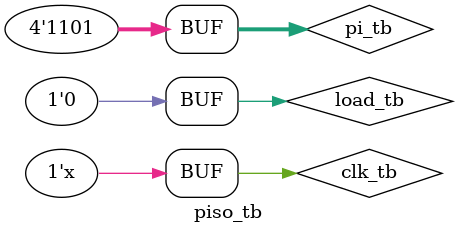
<source format=v>
`timescale 1ns/1ps
module piso(clk,pi,load,so);
input clk, load; 
input [3:0] pi;
output reg so; 
reg [3:0] tmp;
always @(posedge clk)
begin
if(load)
tmp<=pi;
else
begin
so<=tmp[0]; 
tmp<={1'b0,tmp[3:1]};
end
end
endmodule

module piso_tb;
reg clk_tb;
reg [3:0] pi_tb=4'b1101;
wire so_tb;
reg load_tb;
piso U(.clk(clk_tb),
.pi(pi_tb),
.so(so_tb),
.load(load_tb));
initial
begin
clk_tb=0; load_tb=1;
#10;
load_tb=0;
end
always	#5 clk_tb=~clk_tb;
endmodule


</source>
